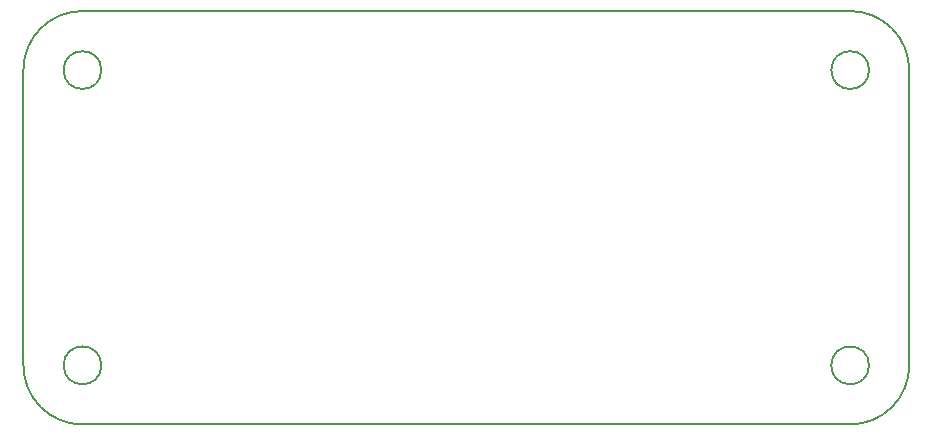
<source format=gbr>
%TF.GenerationSoftware,KiCad,Pcbnew,(6.0.10)*%
%TF.CreationDate,2023-01-06T10:26:07+00:00*%
%TF.ProjectId,USB,5553422e-6b69-4636-9164-5f7063625858,rev?*%
%TF.SameCoordinates,Original*%
%TF.FileFunction,Profile,NP*%
%FSLAX46Y46*%
G04 Gerber Fmt 4.6, Leading zero omitted, Abs format (unit mm)*
G04 Created by KiCad (PCBNEW (6.0.10)) date 2023-01-06 10:26:07*
%MOMM*%
%LPD*%
G01*
G04 APERTURE LIST*
%TA.AperFunction,Profile*%
%ADD10C,0.200000*%
%TD*%
G04 APERTURE END LIST*
D10*
X121070000Y-147660000D02*
G75*
G03*
X126070000Y-152660000I5000000J0D01*
G01*
X196070000Y-122660000D02*
G75*
G03*
X191070000Y-117660000I-5000000J0D01*
G01*
X191070000Y-117660000D02*
X126070000Y-117660000D01*
X191070000Y-152660000D02*
G75*
G03*
X196070000Y-147660000I0J5000000D01*
G01*
X126070000Y-152660000D02*
X191070000Y-152660000D01*
X121070000Y-122660000D02*
X121070000Y-147660000D01*
X196070000Y-147660000D02*
X196070000Y-122660000D01*
X127670000Y-147660000D02*
G75*
G03*
X127670000Y-147660000I-1600000J0D01*
G01*
X192670000Y-122660000D02*
G75*
G03*
X192670000Y-122660000I-1600000J0D01*
G01*
X192670000Y-147660000D02*
G75*
G03*
X192670000Y-147660000I-1600000J0D01*
G01*
X126070000Y-117660000D02*
G75*
G03*
X121070000Y-122660000I0J-5000000D01*
G01*
X127669999Y-122660000D02*
G75*
G03*
X127669999Y-122660000I-1600000J0D01*
G01*
M02*

</source>
